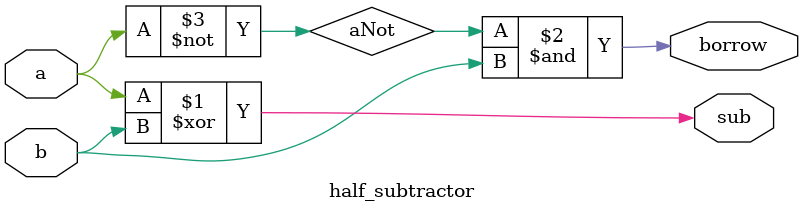
<source format=v>
module half_subtractor(sub, borrow, a, b);
	input a, b;
	output sub, borrow;
	wire aNot;

	xor sub_of_digits(sub, a, b);
	not(aNot,a);
	and borrow_of_sub(borrow, aNot, b);

endmodule 
</source>
